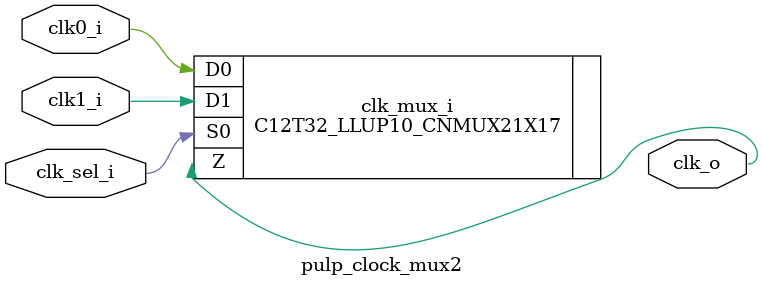
<source format=sv>


// C12T32_LLUP10_CNMUX21X17;

module pulp_clock_mux2
  (
   input  logic clk0_i,
   input  logic clk1_i,
   input  logic clk_sel_i,
   output logic clk_o
   );
   
   C12T32_LLUP10_CNMUX21X17
     clk_mux_i
       (
	.D0(clk0_i),
	.D1(clk1_i),
	.S0(clk_sel_i),
	.Z(clk_o)
	);
   
endmodule

</source>
